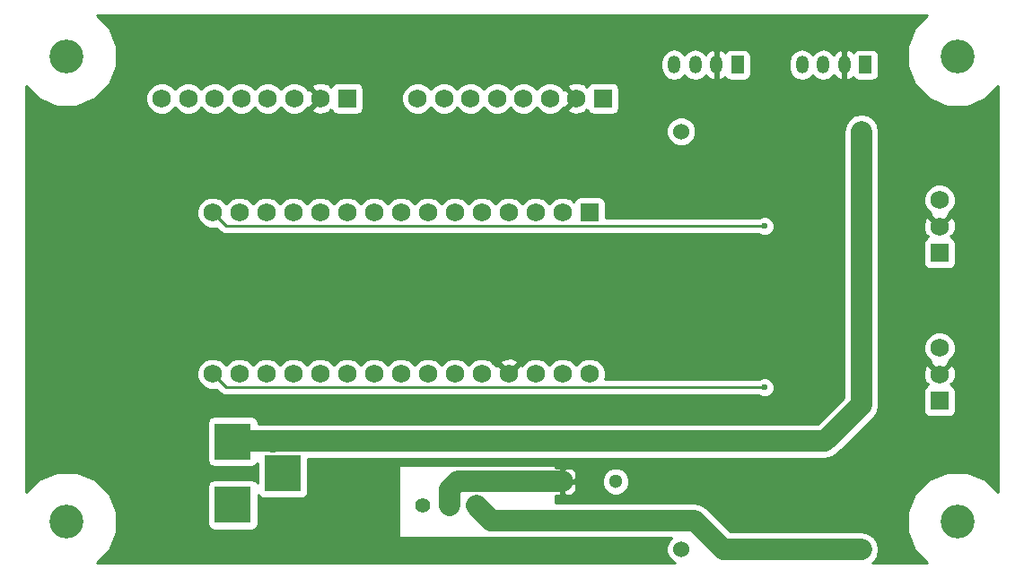
<source format=gbr>
G04 #@! TF.FileFunction,Copper,L2,Bot,Signal*
%FSLAX46Y46*%
G04 Gerber Fmt 4.6, Leading zero omitted, Abs format (unit mm)*
G04 Created by KiCad (PCBNEW 4.0.3+e1-6302~38~ubuntu15.04.1-stable) date Mon Sep 12 00:10:40 2016*
%MOMM*%
%LPD*%
G01*
G04 APERTURE LIST*
%ADD10C,0.100000*%
%ADD11R,1.300000X1.300000*%
%ADD12C,1.300000*%
%ADD13R,1.750000X1.750000*%
%ADD14C,1.750000*%
%ADD15R,1.200000X1.700000*%
%ADD16O,1.200000X1.700000*%
%ADD17C,3.200000*%
%ADD18R,1.727200X1.727200*%
%ADD19C,1.727200*%
%ADD20C,1.524000*%
%ADD21R,3.500120X3.500120*%
%ADD22R,1.397000X1.397000*%
%ADD23C,1.397000*%
%ADD24C,0.600000*%
%ADD25C,0.250000*%
%ADD26C,2.050000*%
%ADD27C,0.254000*%
G04 APERTURE END LIST*
D10*
D11*
X104775000Y-83185000D03*
D12*
X109775000Y-83185000D03*
D13*
X108585000Y-46990000D03*
D14*
X106085000Y-46990000D03*
X103585000Y-46990000D03*
X101085000Y-46990000D03*
X98585000Y-46990000D03*
X96085000Y-46990000D03*
X93585000Y-46990000D03*
X91085000Y-46990000D03*
D13*
X84455000Y-46990000D03*
D14*
X81955000Y-46990000D03*
X79455000Y-46990000D03*
X76955000Y-46990000D03*
X74455000Y-46990000D03*
X71955000Y-46990000D03*
X69455000Y-46990000D03*
X66955000Y-46990000D03*
D15*
X121285000Y-43815000D03*
D16*
X119285000Y-43815000D03*
X117285000Y-43815000D03*
X115285000Y-43815000D03*
D15*
X133350000Y-43815000D03*
D16*
X131350000Y-43815000D03*
X129350000Y-43815000D03*
X127350000Y-43815000D03*
D13*
X140335000Y-61595000D03*
D14*
X140335000Y-59095000D03*
X140335000Y-56595000D03*
D13*
X140335000Y-75565000D03*
D14*
X140335000Y-73065000D03*
X140335000Y-70565000D03*
D17*
X58000000Y-43000000D03*
X142000000Y-43000000D03*
X58000000Y-87000000D03*
X142000000Y-87000000D03*
D18*
X107315000Y-57785000D03*
D19*
X104775000Y-57785000D03*
X102235000Y-57785000D03*
X99695000Y-57785000D03*
X97155000Y-57785000D03*
X94615000Y-57785000D03*
X92075000Y-57785000D03*
X89535000Y-57785000D03*
X86995000Y-57785000D03*
X84455000Y-57785000D03*
X81915000Y-57785000D03*
X79375000Y-57785000D03*
X76835000Y-57785000D03*
X74295000Y-57785000D03*
X71755000Y-57785000D03*
X71755000Y-73025000D03*
X74295000Y-73025000D03*
X76835000Y-73025000D03*
X79375000Y-73025000D03*
X81915000Y-73025000D03*
X84455000Y-73025000D03*
X86995000Y-73025000D03*
X89535000Y-73025000D03*
X92075000Y-73025000D03*
X94615000Y-73025000D03*
X97155000Y-73025000D03*
X99695000Y-73025000D03*
X102235000Y-73025000D03*
X104775000Y-73025000D03*
X107315000Y-73025000D03*
D20*
X132960000Y-50100000D03*
X115960000Y-50100000D03*
X132960000Y-89600000D03*
X115960000Y-89600000D03*
D21*
X73660000Y-79397860D03*
X73660000Y-85397340D03*
X78359000Y-82397600D03*
D22*
X96647000Y-85471000D03*
D23*
X94107000Y-85471000D03*
X91567000Y-85471000D03*
D24*
X123825000Y-59055000D03*
X123825000Y-74295000D03*
X87503000Y-83471000D03*
D25*
X73025000Y-59055000D02*
X123825000Y-59055000D01*
X71755000Y-57785000D02*
X73025000Y-59055000D01*
X71755000Y-73025000D02*
X73025000Y-74295000D01*
X73025000Y-74295000D02*
X123825000Y-74295000D01*
D26*
X87503000Y-83471000D02*
X87503000Y-83439000D01*
X95504000Y-83185000D02*
X94869000Y-83185000D01*
X104775000Y-83185000D02*
X95504000Y-83185000D01*
X94107000Y-83947000D02*
X94107000Y-85471000D01*
X94869000Y-83185000D02*
X94107000Y-83947000D01*
X77492860Y-79375000D02*
X73682860Y-79375000D01*
X73682860Y-79375000D02*
X73660000Y-79397860D01*
X83185000Y-79375000D02*
X77492860Y-79375000D01*
X77492860Y-79375000D02*
X77470000Y-79397860D01*
X129540000Y-79375000D02*
X83185000Y-79375000D01*
X132960000Y-50100000D02*
X132960000Y-75955000D01*
X132960000Y-75955000D02*
X129540000Y-79375000D01*
X100457000Y-86868000D02*
X98044000Y-86868000D01*
X98044000Y-86868000D02*
X96647000Y-85471000D01*
X132960000Y-89600000D02*
X119953000Y-89600000D01*
X117221000Y-86868000D02*
X100457000Y-86868000D01*
X119953000Y-89600000D02*
X117221000Y-86868000D01*
D27*
G36*
X137994981Y-40318874D02*
X137273823Y-42055617D01*
X137272182Y-43936133D01*
X137990308Y-45674132D01*
X139318874Y-47005019D01*
X141055617Y-47726177D01*
X142936133Y-47727818D01*
X144674132Y-47009692D01*
X145873000Y-45812915D01*
X145873000Y-84188937D01*
X144681126Y-82994981D01*
X142944383Y-82273823D01*
X141063867Y-82272182D01*
X139325868Y-82990308D01*
X137994981Y-84318874D01*
X137273823Y-86055617D01*
X137272182Y-87936133D01*
X137990308Y-89674132D01*
X139187085Y-90873000D01*
X133985329Y-90873000D01*
X134133797Y-90773797D01*
X134493640Y-90235254D01*
X134620000Y-89600000D01*
X134493640Y-88964746D01*
X134133797Y-88426203D01*
X133595254Y-88066360D01*
X132960000Y-87940000D01*
X120640595Y-87940000D01*
X118394797Y-85694203D01*
X117856255Y-85334360D01*
X117221000Y-85208000D01*
X104140000Y-85208000D01*
X104140000Y-84470000D01*
X104489250Y-84470000D01*
X104648000Y-84311250D01*
X104648000Y-83312000D01*
X104902000Y-83312000D01*
X104902000Y-84311250D01*
X105060750Y-84470000D01*
X105551309Y-84470000D01*
X105784698Y-84373327D01*
X105963327Y-84194699D01*
X106060000Y-83961310D01*
X106060000Y-83470750D01*
X106028731Y-83439481D01*
X108489777Y-83439481D01*
X108684995Y-83911943D01*
X109046155Y-84273735D01*
X109518276Y-84469777D01*
X110029481Y-84470223D01*
X110501943Y-84275005D01*
X110863735Y-83913845D01*
X111059777Y-83441724D01*
X111060223Y-82930519D01*
X110865005Y-82458057D01*
X110503845Y-82096265D01*
X110031724Y-81900223D01*
X109520519Y-81899777D01*
X109048057Y-82094995D01*
X108686265Y-82456155D01*
X108490223Y-82928276D01*
X108489777Y-83439481D01*
X106028731Y-83439481D01*
X105901250Y-83312000D01*
X104902000Y-83312000D01*
X104648000Y-83312000D01*
X104628000Y-83312000D01*
X104628000Y-83058000D01*
X104648000Y-83058000D01*
X104648000Y-82058750D01*
X104902000Y-82058750D01*
X104902000Y-83058000D01*
X105901250Y-83058000D01*
X106060000Y-82899250D01*
X106060000Y-82408690D01*
X105963327Y-82175301D01*
X105784698Y-81996673D01*
X105551309Y-81900000D01*
X105060750Y-81900000D01*
X104902000Y-82058750D01*
X104648000Y-82058750D01*
X104489250Y-81900000D01*
X104140000Y-81900000D01*
X104140000Y-81788000D01*
X104131315Y-81741841D01*
X104104035Y-81699447D01*
X104062410Y-81671006D01*
X104013000Y-81661000D01*
X89408000Y-81661000D01*
X89361841Y-81669685D01*
X89319447Y-81696965D01*
X89291006Y-81738590D01*
X89281000Y-81788000D01*
X89281000Y-88392000D01*
X89289685Y-88438159D01*
X89316965Y-88480553D01*
X89358590Y-88508994D01*
X89408000Y-88519000D01*
X97998754Y-88519000D01*
X98044000Y-88528000D01*
X115056490Y-88528000D01*
X114776371Y-88807630D01*
X114563243Y-89320900D01*
X114562758Y-89876661D01*
X114774990Y-90390303D01*
X115167630Y-90783629D01*
X115382860Y-90873000D01*
X60811063Y-90873000D01*
X62005019Y-89681126D01*
X62726177Y-87944383D01*
X62727818Y-86063867D01*
X62009692Y-84325868D01*
X60681126Y-82994981D01*
X58944383Y-82273823D01*
X57063867Y-82272182D01*
X55325868Y-82990308D01*
X54127000Y-84187085D01*
X54127000Y-77647800D01*
X71262500Y-77647800D01*
X71262500Y-81147920D01*
X71306778Y-81383237D01*
X71445850Y-81599361D01*
X71658050Y-81744351D01*
X71909940Y-81795360D01*
X75410060Y-81795360D01*
X75645377Y-81751082D01*
X75861501Y-81612010D01*
X75961500Y-81465657D01*
X75961500Y-83331585D01*
X75874150Y-83195839D01*
X75661950Y-83050849D01*
X75410060Y-82999840D01*
X71909940Y-82999840D01*
X71674623Y-83044118D01*
X71458499Y-83183190D01*
X71313509Y-83395390D01*
X71262500Y-83647280D01*
X71262500Y-87147400D01*
X71306778Y-87382717D01*
X71445850Y-87598841D01*
X71658050Y-87743831D01*
X71909940Y-87794840D01*
X75410060Y-87794840D01*
X75645377Y-87750562D01*
X75861501Y-87611490D01*
X76006491Y-87399290D01*
X76057500Y-87147400D01*
X76057500Y-84463355D01*
X76144850Y-84599101D01*
X76357050Y-84744091D01*
X76608940Y-84795100D01*
X80109060Y-84795100D01*
X80344377Y-84750822D01*
X80560501Y-84611750D01*
X80705491Y-84399550D01*
X80756500Y-84147660D01*
X80756500Y-81035000D01*
X129540000Y-81035000D01*
X130175255Y-80908640D01*
X130713797Y-80548797D01*
X134133797Y-77128798D01*
X134493639Y-76590255D01*
X134493640Y-76590254D01*
X134620000Y-75955000D01*
X134620000Y-74690000D01*
X138812560Y-74690000D01*
X138812560Y-76440000D01*
X138856838Y-76675317D01*
X138995910Y-76891441D01*
X139208110Y-77036431D01*
X139460000Y-77087440D01*
X141210000Y-77087440D01*
X141445317Y-77043162D01*
X141661441Y-76904090D01*
X141806431Y-76691890D01*
X141857440Y-76440000D01*
X141857440Y-74690000D01*
X141813162Y-74454683D01*
X141674090Y-74238559D01*
X141472774Y-74101006D01*
X141511694Y-74062086D01*
X141397062Y-73947454D01*
X141650953Y-73864116D01*
X141856590Y-73299694D01*
X141830579Y-72699542D01*
X141650953Y-72265884D01*
X141397060Y-72182545D01*
X140514605Y-73065000D01*
X140528748Y-73079143D01*
X140349143Y-73258748D01*
X140335000Y-73244605D01*
X140320858Y-73258748D01*
X140141253Y-73079143D01*
X140155395Y-73065000D01*
X139272940Y-72182545D01*
X139019047Y-72265884D01*
X138813410Y-72830306D01*
X138839421Y-73430458D01*
X139019047Y-73864116D01*
X139272938Y-73947454D01*
X139158306Y-74062086D01*
X139199356Y-74103136D01*
X139008559Y-74225910D01*
X138863569Y-74438110D01*
X138812560Y-74690000D01*
X134620000Y-74690000D01*
X134620000Y-70864040D01*
X138824738Y-70864040D01*
X139054138Y-71419229D01*
X139478537Y-71844370D01*
X139501469Y-71853892D01*
X139452545Y-72002940D01*
X140335000Y-72885395D01*
X141217455Y-72002940D01*
X141168682Y-71854352D01*
X141189229Y-71845862D01*
X141614370Y-71421463D01*
X141844738Y-70866675D01*
X141845262Y-70265960D01*
X141615862Y-69710771D01*
X141191463Y-69285630D01*
X140636675Y-69055262D01*
X140035960Y-69054738D01*
X139480771Y-69284138D01*
X139055630Y-69708537D01*
X138825262Y-70263325D01*
X138824738Y-70864040D01*
X134620000Y-70864040D01*
X134620000Y-60720000D01*
X138812560Y-60720000D01*
X138812560Y-62470000D01*
X138856838Y-62705317D01*
X138995910Y-62921441D01*
X139208110Y-63066431D01*
X139460000Y-63117440D01*
X141210000Y-63117440D01*
X141445317Y-63073162D01*
X141661441Y-62934090D01*
X141806431Y-62721890D01*
X141857440Y-62470000D01*
X141857440Y-60720000D01*
X141813162Y-60484683D01*
X141674090Y-60268559D01*
X141472774Y-60131006D01*
X141511694Y-60092086D01*
X141397062Y-59977454D01*
X141650953Y-59894116D01*
X141856590Y-59329694D01*
X141830579Y-58729542D01*
X141650953Y-58295884D01*
X141397060Y-58212545D01*
X140514605Y-59095000D01*
X140528748Y-59109143D01*
X140349143Y-59288748D01*
X140335000Y-59274605D01*
X140320858Y-59288748D01*
X140141253Y-59109143D01*
X140155395Y-59095000D01*
X139272940Y-58212545D01*
X139019047Y-58295884D01*
X138813410Y-58860306D01*
X138839421Y-59460458D01*
X139019047Y-59894116D01*
X139272938Y-59977454D01*
X139158306Y-60092086D01*
X139199356Y-60133136D01*
X139008559Y-60255910D01*
X138863569Y-60468110D01*
X138812560Y-60720000D01*
X134620000Y-60720000D01*
X134620000Y-56894040D01*
X138824738Y-56894040D01*
X139054138Y-57449229D01*
X139478537Y-57874370D01*
X139501469Y-57883892D01*
X139452545Y-58032940D01*
X140335000Y-58915395D01*
X141217455Y-58032940D01*
X141168682Y-57884352D01*
X141189229Y-57875862D01*
X141614370Y-57451463D01*
X141844738Y-56896675D01*
X141845262Y-56295960D01*
X141615862Y-55740771D01*
X141191463Y-55315630D01*
X140636675Y-55085262D01*
X140035960Y-55084738D01*
X139480771Y-55314138D01*
X139055630Y-55738537D01*
X138825262Y-56293325D01*
X138824738Y-56894040D01*
X134620000Y-56894040D01*
X134620000Y-50100000D01*
X134493640Y-49464746D01*
X134133797Y-48926203D01*
X133595254Y-48566360D01*
X132960000Y-48440000D01*
X132324746Y-48566360D01*
X131786203Y-48926203D01*
X131426360Y-49464746D01*
X131300000Y-50100000D01*
X131300000Y-75267405D01*
X128852406Y-77715000D01*
X76057500Y-77715000D01*
X76057500Y-77647800D01*
X76013222Y-77412483D01*
X75874150Y-77196359D01*
X75661950Y-77051369D01*
X75410060Y-77000360D01*
X71909940Y-77000360D01*
X71674623Y-77044638D01*
X71458499Y-77183710D01*
X71313509Y-77395910D01*
X71262500Y-77647800D01*
X54127000Y-77647800D01*
X54127000Y-73321782D01*
X70256141Y-73321782D01*
X70483808Y-73872780D01*
X70905003Y-74294710D01*
X71455602Y-74523339D01*
X72051782Y-74523859D01*
X72141844Y-74486646D01*
X72487599Y-74832401D01*
X72734160Y-74997148D01*
X73025000Y-75055000D01*
X123262537Y-75055000D01*
X123294673Y-75087192D01*
X123638201Y-75229838D01*
X124010167Y-75230162D01*
X124353943Y-75088117D01*
X124617192Y-74825327D01*
X124759838Y-74481799D01*
X124760162Y-74109833D01*
X124618117Y-73766057D01*
X124355327Y-73502808D01*
X124011799Y-73360162D01*
X123639833Y-73359838D01*
X123296057Y-73501883D01*
X123262882Y-73535000D01*
X108725889Y-73535000D01*
X108813339Y-73324398D01*
X108813859Y-72728218D01*
X108586192Y-72177220D01*
X108164997Y-71755290D01*
X107614398Y-71526661D01*
X107018218Y-71526141D01*
X106467220Y-71753808D01*
X106045290Y-72175003D01*
X106044905Y-72175931D01*
X105624997Y-71755290D01*
X105074398Y-71526661D01*
X104478218Y-71526141D01*
X103927220Y-71753808D01*
X103505290Y-72175003D01*
X103504905Y-72175931D01*
X103084997Y-71755290D01*
X102534398Y-71526661D01*
X101938218Y-71526141D01*
X101387220Y-71753808D01*
X100965290Y-72175003D01*
X100948459Y-72215537D01*
X100748805Y-72150800D01*
X99874605Y-73025000D01*
X99888748Y-73039143D01*
X99709143Y-73218748D01*
X99695000Y-73204605D01*
X99680858Y-73218748D01*
X99501253Y-73039143D01*
X99515395Y-73025000D01*
X98641195Y-72150800D01*
X98441967Y-72215399D01*
X98426192Y-72177220D01*
X98220526Y-71971195D01*
X98820800Y-71971195D01*
X99695000Y-72845395D01*
X100569200Y-71971195D01*
X100487259Y-71718484D01*
X99926970Y-71514752D01*
X99331365Y-71540942D01*
X98902741Y-71718484D01*
X98820800Y-71971195D01*
X98220526Y-71971195D01*
X98004997Y-71755290D01*
X97454398Y-71526661D01*
X96858218Y-71526141D01*
X96307220Y-71753808D01*
X95885290Y-72175003D01*
X95884905Y-72175931D01*
X95464997Y-71755290D01*
X94914398Y-71526661D01*
X94318218Y-71526141D01*
X93767220Y-71753808D01*
X93345290Y-72175003D01*
X93344905Y-72175931D01*
X92924997Y-71755290D01*
X92374398Y-71526661D01*
X91778218Y-71526141D01*
X91227220Y-71753808D01*
X90805290Y-72175003D01*
X90804905Y-72175931D01*
X90384997Y-71755290D01*
X89834398Y-71526661D01*
X89238218Y-71526141D01*
X88687220Y-71753808D01*
X88265290Y-72175003D01*
X88264905Y-72175931D01*
X87844997Y-71755290D01*
X87294398Y-71526661D01*
X86698218Y-71526141D01*
X86147220Y-71753808D01*
X85725290Y-72175003D01*
X85724905Y-72175931D01*
X85304997Y-71755290D01*
X84754398Y-71526661D01*
X84158218Y-71526141D01*
X83607220Y-71753808D01*
X83185290Y-72175003D01*
X83184905Y-72175931D01*
X82764997Y-71755290D01*
X82214398Y-71526661D01*
X81618218Y-71526141D01*
X81067220Y-71753808D01*
X80645290Y-72175003D01*
X80644905Y-72175931D01*
X80224997Y-71755290D01*
X79674398Y-71526661D01*
X79078218Y-71526141D01*
X78527220Y-71753808D01*
X78105290Y-72175003D01*
X78104905Y-72175931D01*
X77684997Y-71755290D01*
X77134398Y-71526661D01*
X76538218Y-71526141D01*
X75987220Y-71753808D01*
X75565290Y-72175003D01*
X75564905Y-72175931D01*
X75144997Y-71755290D01*
X74594398Y-71526661D01*
X73998218Y-71526141D01*
X73447220Y-71753808D01*
X73025290Y-72175003D01*
X73024905Y-72175931D01*
X72604997Y-71755290D01*
X72054398Y-71526661D01*
X71458218Y-71526141D01*
X70907220Y-71753808D01*
X70485290Y-72175003D01*
X70256661Y-72725602D01*
X70256141Y-73321782D01*
X54127000Y-73321782D01*
X54127000Y-58081782D01*
X70256141Y-58081782D01*
X70483808Y-58632780D01*
X70905003Y-59054710D01*
X71455602Y-59283339D01*
X72051782Y-59283859D01*
X72141844Y-59246646D01*
X72487599Y-59592401D01*
X72734160Y-59757148D01*
X73025000Y-59815000D01*
X123262537Y-59815000D01*
X123294673Y-59847192D01*
X123638201Y-59989838D01*
X124010167Y-59990162D01*
X124353943Y-59848117D01*
X124617192Y-59585327D01*
X124759838Y-59241799D01*
X124760162Y-58869833D01*
X124618117Y-58526057D01*
X124355327Y-58262808D01*
X124011799Y-58120162D01*
X123639833Y-58119838D01*
X123296057Y-58261883D01*
X123262882Y-58295000D01*
X108826040Y-58295000D01*
X108826040Y-56921400D01*
X108781762Y-56686083D01*
X108642690Y-56469959D01*
X108430490Y-56324969D01*
X108178600Y-56273960D01*
X106451400Y-56273960D01*
X106216083Y-56318238D01*
X105999959Y-56457310D01*
X105854969Y-56669510D01*
X105842148Y-56732820D01*
X105624997Y-56515290D01*
X105074398Y-56286661D01*
X104478218Y-56286141D01*
X103927220Y-56513808D01*
X103505290Y-56935003D01*
X103504905Y-56935931D01*
X103084997Y-56515290D01*
X102534398Y-56286661D01*
X101938218Y-56286141D01*
X101387220Y-56513808D01*
X100965290Y-56935003D01*
X100964905Y-56935931D01*
X100544997Y-56515290D01*
X99994398Y-56286661D01*
X99398218Y-56286141D01*
X98847220Y-56513808D01*
X98425290Y-56935003D01*
X98424905Y-56935931D01*
X98004997Y-56515290D01*
X97454398Y-56286661D01*
X96858218Y-56286141D01*
X96307220Y-56513808D01*
X95885290Y-56935003D01*
X95884905Y-56935931D01*
X95464997Y-56515290D01*
X94914398Y-56286661D01*
X94318218Y-56286141D01*
X93767220Y-56513808D01*
X93345290Y-56935003D01*
X93344905Y-56935931D01*
X92924997Y-56515290D01*
X92374398Y-56286661D01*
X91778218Y-56286141D01*
X91227220Y-56513808D01*
X90805290Y-56935003D01*
X90804905Y-56935931D01*
X90384997Y-56515290D01*
X89834398Y-56286661D01*
X89238218Y-56286141D01*
X88687220Y-56513808D01*
X88265290Y-56935003D01*
X88264905Y-56935931D01*
X87844997Y-56515290D01*
X87294398Y-56286661D01*
X86698218Y-56286141D01*
X86147220Y-56513808D01*
X85725290Y-56935003D01*
X85724905Y-56935931D01*
X85304997Y-56515290D01*
X84754398Y-56286661D01*
X84158218Y-56286141D01*
X83607220Y-56513808D01*
X83185290Y-56935003D01*
X83184905Y-56935931D01*
X82764997Y-56515290D01*
X82214398Y-56286661D01*
X81618218Y-56286141D01*
X81067220Y-56513808D01*
X80645290Y-56935003D01*
X80644905Y-56935931D01*
X80224997Y-56515290D01*
X79674398Y-56286661D01*
X79078218Y-56286141D01*
X78527220Y-56513808D01*
X78105290Y-56935003D01*
X78104905Y-56935931D01*
X77684997Y-56515290D01*
X77134398Y-56286661D01*
X76538218Y-56286141D01*
X75987220Y-56513808D01*
X75565290Y-56935003D01*
X75564905Y-56935931D01*
X75144997Y-56515290D01*
X74594398Y-56286661D01*
X73998218Y-56286141D01*
X73447220Y-56513808D01*
X73025290Y-56935003D01*
X73024905Y-56935931D01*
X72604997Y-56515290D01*
X72054398Y-56286661D01*
X71458218Y-56286141D01*
X70907220Y-56513808D01*
X70485290Y-56935003D01*
X70256661Y-57485602D01*
X70256141Y-58081782D01*
X54127000Y-58081782D01*
X54127000Y-50376661D01*
X114562758Y-50376661D01*
X114774990Y-50890303D01*
X115167630Y-51283629D01*
X115680900Y-51496757D01*
X116236661Y-51497242D01*
X116750303Y-51285010D01*
X117143629Y-50892370D01*
X117356757Y-50379100D01*
X117357242Y-49823339D01*
X117145010Y-49309697D01*
X116752370Y-48916371D01*
X116239100Y-48703243D01*
X115683339Y-48702758D01*
X115169697Y-48914990D01*
X114776371Y-49307630D01*
X114563243Y-49820900D01*
X114562758Y-50376661D01*
X54127000Y-50376661D01*
X54127000Y-45811063D01*
X55318874Y-47005019D01*
X57055617Y-47726177D01*
X58936133Y-47727818D01*
X59998057Y-47289040D01*
X65444738Y-47289040D01*
X65674138Y-47844229D01*
X66098537Y-48269370D01*
X66653325Y-48499738D01*
X67254040Y-48500262D01*
X67809229Y-48270862D01*
X68205318Y-47875464D01*
X68598537Y-48269370D01*
X69153325Y-48499738D01*
X69754040Y-48500262D01*
X70309229Y-48270862D01*
X70705318Y-47875464D01*
X71098537Y-48269370D01*
X71653325Y-48499738D01*
X72254040Y-48500262D01*
X72809229Y-48270862D01*
X73205318Y-47875464D01*
X73598537Y-48269370D01*
X74153325Y-48499738D01*
X74754040Y-48500262D01*
X75309229Y-48270862D01*
X75705318Y-47875464D01*
X76098537Y-48269370D01*
X76653325Y-48499738D01*
X77254040Y-48500262D01*
X77809229Y-48270862D01*
X78205318Y-47875464D01*
X78598537Y-48269370D01*
X79153325Y-48499738D01*
X79754040Y-48500262D01*
X80309229Y-48270862D01*
X80734370Y-47846463D01*
X80743892Y-47823531D01*
X80892940Y-47872455D01*
X81775395Y-46990000D01*
X80892940Y-46107545D01*
X80744352Y-46156318D01*
X80735862Y-46135771D01*
X80528394Y-45927940D01*
X81072545Y-45927940D01*
X81955000Y-46810395D01*
X81969143Y-46796253D01*
X82148748Y-46975858D01*
X82134605Y-46990000D01*
X82148748Y-47004143D01*
X81969143Y-47183748D01*
X81955000Y-47169605D01*
X81072545Y-48052060D01*
X81155884Y-48305953D01*
X81720306Y-48511590D01*
X82320458Y-48485579D01*
X82754116Y-48305953D01*
X82837454Y-48052062D01*
X82952086Y-48166694D01*
X82993136Y-48125644D01*
X83115910Y-48316441D01*
X83328110Y-48461431D01*
X83580000Y-48512440D01*
X85330000Y-48512440D01*
X85565317Y-48468162D01*
X85781441Y-48329090D01*
X85926431Y-48116890D01*
X85977440Y-47865000D01*
X85977440Y-47289040D01*
X89574738Y-47289040D01*
X89804138Y-47844229D01*
X90228537Y-48269370D01*
X90783325Y-48499738D01*
X91384040Y-48500262D01*
X91939229Y-48270862D01*
X92335318Y-47875464D01*
X92728537Y-48269370D01*
X93283325Y-48499738D01*
X93884040Y-48500262D01*
X94439229Y-48270862D01*
X94835318Y-47875464D01*
X95228537Y-48269370D01*
X95783325Y-48499738D01*
X96384040Y-48500262D01*
X96939229Y-48270862D01*
X97335318Y-47875464D01*
X97728537Y-48269370D01*
X98283325Y-48499738D01*
X98884040Y-48500262D01*
X99439229Y-48270862D01*
X99835318Y-47875464D01*
X100228537Y-48269370D01*
X100783325Y-48499738D01*
X101384040Y-48500262D01*
X101939229Y-48270862D01*
X102335318Y-47875464D01*
X102728537Y-48269370D01*
X103283325Y-48499738D01*
X103884040Y-48500262D01*
X104439229Y-48270862D01*
X104864370Y-47846463D01*
X104873892Y-47823531D01*
X105022940Y-47872455D01*
X105905395Y-46990000D01*
X105022940Y-46107545D01*
X104874352Y-46156318D01*
X104865862Y-46135771D01*
X104658394Y-45927940D01*
X105202545Y-45927940D01*
X106085000Y-46810395D01*
X106099143Y-46796253D01*
X106278748Y-46975858D01*
X106264605Y-46990000D01*
X106278748Y-47004143D01*
X106099143Y-47183748D01*
X106085000Y-47169605D01*
X105202545Y-48052060D01*
X105285884Y-48305953D01*
X105850306Y-48511590D01*
X106450458Y-48485579D01*
X106884116Y-48305953D01*
X106967454Y-48052062D01*
X107082086Y-48166694D01*
X107123136Y-48125644D01*
X107245910Y-48316441D01*
X107458110Y-48461431D01*
X107710000Y-48512440D01*
X109460000Y-48512440D01*
X109695317Y-48468162D01*
X109911441Y-48329090D01*
X110056431Y-48116890D01*
X110107440Y-47865000D01*
X110107440Y-46115000D01*
X110063162Y-45879683D01*
X109924090Y-45663559D01*
X109711890Y-45518569D01*
X109460000Y-45467560D01*
X107710000Y-45467560D01*
X107474683Y-45511838D01*
X107258559Y-45650910D01*
X107121006Y-45852226D01*
X107082086Y-45813306D01*
X106967454Y-45927938D01*
X106884116Y-45674047D01*
X106319694Y-45468410D01*
X105719542Y-45494421D01*
X105285884Y-45674047D01*
X105202545Y-45927940D01*
X104658394Y-45927940D01*
X104441463Y-45710630D01*
X103886675Y-45480262D01*
X103285960Y-45479738D01*
X102730771Y-45709138D01*
X102334682Y-46104536D01*
X101941463Y-45710630D01*
X101386675Y-45480262D01*
X100785960Y-45479738D01*
X100230771Y-45709138D01*
X99834682Y-46104536D01*
X99441463Y-45710630D01*
X98886675Y-45480262D01*
X98285960Y-45479738D01*
X97730771Y-45709138D01*
X97334682Y-46104536D01*
X96941463Y-45710630D01*
X96386675Y-45480262D01*
X95785960Y-45479738D01*
X95230771Y-45709138D01*
X94834682Y-46104536D01*
X94441463Y-45710630D01*
X93886675Y-45480262D01*
X93285960Y-45479738D01*
X92730771Y-45709138D01*
X92334682Y-46104536D01*
X91941463Y-45710630D01*
X91386675Y-45480262D01*
X90785960Y-45479738D01*
X90230771Y-45709138D01*
X89805630Y-46133537D01*
X89575262Y-46688325D01*
X89574738Y-47289040D01*
X85977440Y-47289040D01*
X85977440Y-46115000D01*
X85933162Y-45879683D01*
X85794090Y-45663559D01*
X85581890Y-45518569D01*
X85330000Y-45467560D01*
X83580000Y-45467560D01*
X83344683Y-45511838D01*
X83128559Y-45650910D01*
X82991006Y-45852226D01*
X82952086Y-45813306D01*
X82837454Y-45927938D01*
X82754116Y-45674047D01*
X82189694Y-45468410D01*
X81589542Y-45494421D01*
X81155884Y-45674047D01*
X81072545Y-45927940D01*
X80528394Y-45927940D01*
X80311463Y-45710630D01*
X79756675Y-45480262D01*
X79155960Y-45479738D01*
X78600771Y-45709138D01*
X78204682Y-46104536D01*
X77811463Y-45710630D01*
X77256675Y-45480262D01*
X76655960Y-45479738D01*
X76100771Y-45709138D01*
X75704682Y-46104536D01*
X75311463Y-45710630D01*
X74756675Y-45480262D01*
X74155960Y-45479738D01*
X73600771Y-45709138D01*
X73204682Y-46104536D01*
X72811463Y-45710630D01*
X72256675Y-45480262D01*
X71655960Y-45479738D01*
X71100771Y-45709138D01*
X70704682Y-46104536D01*
X70311463Y-45710630D01*
X69756675Y-45480262D01*
X69155960Y-45479738D01*
X68600771Y-45709138D01*
X68204682Y-46104536D01*
X67811463Y-45710630D01*
X67256675Y-45480262D01*
X66655960Y-45479738D01*
X66100771Y-45709138D01*
X65675630Y-46133537D01*
X65445262Y-46688325D01*
X65444738Y-47289040D01*
X59998057Y-47289040D01*
X60674132Y-47009692D01*
X62005019Y-45681126D01*
X62726177Y-43944383D01*
X62726533Y-43535907D01*
X114050000Y-43535907D01*
X114050000Y-44094093D01*
X114144009Y-44566707D01*
X114411723Y-44967370D01*
X114812386Y-45235084D01*
X115285000Y-45329093D01*
X115757614Y-45235084D01*
X116158277Y-44967370D01*
X116285000Y-44777715D01*
X116411723Y-44967370D01*
X116812386Y-45235084D01*
X117285000Y-45329093D01*
X117757614Y-45235084D01*
X118158277Y-44967370D01*
X118287410Y-44774109D01*
X118455875Y-44996933D01*
X118875624Y-45243286D01*
X118967391Y-45258462D01*
X119158000Y-45133731D01*
X119158000Y-43942000D01*
X119138000Y-43942000D01*
X119138000Y-43688000D01*
X119158000Y-43688000D01*
X119158000Y-42496269D01*
X119412000Y-42496269D01*
X119412000Y-43688000D01*
X119432000Y-43688000D01*
X119432000Y-43942000D01*
X119412000Y-43942000D01*
X119412000Y-45133731D01*
X119602609Y-45258462D01*
X119694376Y-45243286D01*
X120114125Y-44996933D01*
X120130269Y-44975580D01*
X120220910Y-45116441D01*
X120433110Y-45261431D01*
X120685000Y-45312440D01*
X121885000Y-45312440D01*
X122120317Y-45268162D01*
X122336441Y-45129090D01*
X122481431Y-44916890D01*
X122532440Y-44665000D01*
X122532440Y-43535907D01*
X126115000Y-43535907D01*
X126115000Y-44094093D01*
X126209009Y-44566707D01*
X126476723Y-44967370D01*
X126877386Y-45235084D01*
X127350000Y-45329093D01*
X127822614Y-45235084D01*
X128223277Y-44967370D01*
X128350000Y-44777715D01*
X128476723Y-44967370D01*
X128877386Y-45235084D01*
X129350000Y-45329093D01*
X129822614Y-45235084D01*
X130223277Y-44967370D01*
X130352410Y-44774109D01*
X130520875Y-44996933D01*
X130940624Y-45243286D01*
X131032391Y-45258462D01*
X131223000Y-45133731D01*
X131223000Y-43942000D01*
X131203000Y-43942000D01*
X131203000Y-43688000D01*
X131223000Y-43688000D01*
X131223000Y-42496269D01*
X131477000Y-42496269D01*
X131477000Y-43688000D01*
X131497000Y-43688000D01*
X131497000Y-43942000D01*
X131477000Y-43942000D01*
X131477000Y-45133731D01*
X131667609Y-45258462D01*
X131759376Y-45243286D01*
X132179125Y-44996933D01*
X132195269Y-44975580D01*
X132285910Y-45116441D01*
X132498110Y-45261431D01*
X132750000Y-45312440D01*
X133950000Y-45312440D01*
X134185317Y-45268162D01*
X134401441Y-45129090D01*
X134546431Y-44916890D01*
X134597440Y-44665000D01*
X134597440Y-42965000D01*
X134553162Y-42729683D01*
X134414090Y-42513559D01*
X134201890Y-42368569D01*
X133950000Y-42317560D01*
X132750000Y-42317560D01*
X132514683Y-42361838D01*
X132298559Y-42500910D01*
X132194429Y-42653309D01*
X132179125Y-42633067D01*
X131759376Y-42386714D01*
X131667609Y-42371538D01*
X131477000Y-42496269D01*
X131223000Y-42496269D01*
X131032391Y-42371538D01*
X130940624Y-42386714D01*
X130520875Y-42633067D01*
X130352410Y-42855891D01*
X130223277Y-42662630D01*
X129822614Y-42394916D01*
X129350000Y-42300907D01*
X128877386Y-42394916D01*
X128476723Y-42662630D01*
X128350000Y-42852285D01*
X128223277Y-42662630D01*
X127822614Y-42394916D01*
X127350000Y-42300907D01*
X126877386Y-42394916D01*
X126476723Y-42662630D01*
X126209009Y-43063293D01*
X126115000Y-43535907D01*
X122532440Y-43535907D01*
X122532440Y-42965000D01*
X122488162Y-42729683D01*
X122349090Y-42513559D01*
X122136890Y-42368569D01*
X121885000Y-42317560D01*
X120685000Y-42317560D01*
X120449683Y-42361838D01*
X120233559Y-42500910D01*
X120129429Y-42653309D01*
X120114125Y-42633067D01*
X119694376Y-42386714D01*
X119602609Y-42371538D01*
X119412000Y-42496269D01*
X119158000Y-42496269D01*
X118967391Y-42371538D01*
X118875624Y-42386714D01*
X118455875Y-42633067D01*
X118287410Y-42855891D01*
X118158277Y-42662630D01*
X117757614Y-42394916D01*
X117285000Y-42300907D01*
X116812386Y-42394916D01*
X116411723Y-42662630D01*
X116285000Y-42852285D01*
X116158277Y-42662630D01*
X115757614Y-42394916D01*
X115285000Y-42300907D01*
X114812386Y-42394916D01*
X114411723Y-42662630D01*
X114144009Y-43063293D01*
X114050000Y-43535907D01*
X62726533Y-43535907D01*
X62727818Y-42063867D01*
X62009692Y-40325868D01*
X60812915Y-39127000D01*
X139188937Y-39127000D01*
X137994981Y-40318874D01*
X137994981Y-40318874D01*
G37*
X137994981Y-40318874D02*
X137273823Y-42055617D01*
X137272182Y-43936133D01*
X137990308Y-45674132D01*
X139318874Y-47005019D01*
X141055617Y-47726177D01*
X142936133Y-47727818D01*
X144674132Y-47009692D01*
X145873000Y-45812915D01*
X145873000Y-84188937D01*
X144681126Y-82994981D01*
X142944383Y-82273823D01*
X141063867Y-82272182D01*
X139325868Y-82990308D01*
X137994981Y-84318874D01*
X137273823Y-86055617D01*
X137272182Y-87936133D01*
X137990308Y-89674132D01*
X139187085Y-90873000D01*
X133985329Y-90873000D01*
X134133797Y-90773797D01*
X134493640Y-90235254D01*
X134620000Y-89600000D01*
X134493640Y-88964746D01*
X134133797Y-88426203D01*
X133595254Y-88066360D01*
X132960000Y-87940000D01*
X120640595Y-87940000D01*
X118394797Y-85694203D01*
X117856255Y-85334360D01*
X117221000Y-85208000D01*
X104140000Y-85208000D01*
X104140000Y-84470000D01*
X104489250Y-84470000D01*
X104648000Y-84311250D01*
X104648000Y-83312000D01*
X104902000Y-83312000D01*
X104902000Y-84311250D01*
X105060750Y-84470000D01*
X105551309Y-84470000D01*
X105784698Y-84373327D01*
X105963327Y-84194699D01*
X106060000Y-83961310D01*
X106060000Y-83470750D01*
X106028731Y-83439481D01*
X108489777Y-83439481D01*
X108684995Y-83911943D01*
X109046155Y-84273735D01*
X109518276Y-84469777D01*
X110029481Y-84470223D01*
X110501943Y-84275005D01*
X110863735Y-83913845D01*
X111059777Y-83441724D01*
X111060223Y-82930519D01*
X110865005Y-82458057D01*
X110503845Y-82096265D01*
X110031724Y-81900223D01*
X109520519Y-81899777D01*
X109048057Y-82094995D01*
X108686265Y-82456155D01*
X108490223Y-82928276D01*
X108489777Y-83439481D01*
X106028731Y-83439481D01*
X105901250Y-83312000D01*
X104902000Y-83312000D01*
X104648000Y-83312000D01*
X104628000Y-83312000D01*
X104628000Y-83058000D01*
X104648000Y-83058000D01*
X104648000Y-82058750D01*
X104902000Y-82058750D01*
X104902000Y-83058000D01*
X105901250Y-83058000D01*
X106060000Y-82899250D01*
X106060000Y-82408690D01*
X105963327Y-82175301D01*
X105784698Y-81996673D01*
X105551309Y-81900000D01*
X105060750Y-81900000D01*
X104902000Y-82058750D01*
X104648000Y-82058750D01*
X104489250Y-81900000D01*
X104140000Y-81900000D01*
X104140000Y-81788000D01*
X104131315Y-81741841D01*
X104104035Y-81699447D01*
X104062410Y-81671006D01*
X104013000Y-81661000D01*
X89408000Y-81661000D01*
X89361841Y-81669685D01*
X89319447Y-81696965D01*
X89291006Y-81738590D01*
X89281000Y-81788000D01*
X89281000Y-88392000D01*
X89289685Y-88438159D01*
X89316965Y-88480553D01*
X89358590Y-88508994D01*
X89408000Y-88519000D01*
X97998754Y-88519000D01*
X98044000Y-88528000D01*
X115056490Y-88528000D01*
X114776371Y-88807630D01*
X114563243Y-89320900D01*
X114562758Y-89876661D01*
X114774990Y-90390303D01*
X115167630Y-90783629D01*
X115382860Y-90873000D01*
X60811063Y-90873000D01*
X62005019Y-89681126D01*
X62726177Y-87944383D01*
X62727818Y-86063867D01*
X62009692Y-84325868D01*
X60681126Y-82994981D01*
X58944383Y-82273823D01*
X57063867Y-82272182D01*
X55325868Y-82990308D01*
X54127000Y-84187085D01*
X54127000Y-77647800D01*
X71262500Y-77647800D01*
X71262500Y-81147920D01*
X71306778Y-81383237D01*
X71445850Y-81599361D01*
X71658050Y-81744351D01*
X71909940Y-81795360D01*
X75410060Y-81795360D01*
X75645377Y-81751082D01*
X75861501Y-81612010D01*
X75961500Y-81465657D01*
X75961500Y-83331585D01*
X75874150Y-83195839D01*
X75661950Y-83050849D01*
X75410060Y-82999840D01*
X71909940Y-82999840D01*
X71674623Y-83044118D01*
X71458499Y-83183190D01*
X71313509Y-83395390D01*
X71262500Y-83647280D01*
X71262500Y-87147400D01*
X71306778Y-87382717D01*
X71445850Y-87598841D01*
X71658050Y-87743831D01*
X71909940Y-87794840D01*
X75410060Y-87794840D01*
X75645377Y-87750562D01*
X75861501Y-87611490D01*
X76006491Y-87399290D01*
X76057500Y-87147400D01*
X76057500Y-84463355D01*
X76144850Y-84599101D01*
X76357050Y-84744091D01*
X76608940Y-84795100D01*
X80109060Y-84795100D01*
X80344377Y-84750822D01*
X80560501Y-84611750D01*
X80705491Y-84399550D01*
X80756500Y-84147660D01*
X80756500Y-81035000D01*
X129540000Y-81035000D01*
X130175255Y-80908640D01*
X130713797Y-80548797D01*
X134133797Y-77128798D01*
X134493639Y-76590255D01*
X134493640Y-76590254D01*
X134620000Y-75955000D01*
X134620000Y-74690000D01*
X138812560Y-74690000D01*
X138812560Y-76440000D01*
X138856838Y-76675317D01*
X138995910Y-76891441D01*
X139208110Y-77036431D01*
X139460000Y-77087440D01*
X141210000Y-77087440D01*
X141445317Y-77043162D01*
X141661441Y-76904090D01*
X141806431Y-76691890D01*
X141857440Y-76440000D01*
X141857440Y-74690000D01*
X141813162Y-74454683D01*
X141674090Y-74238559D01*
X141472774Y-74101006D01*
X141511694Y-74062086D01*
X141397062Y-73947454D01*
X141650953Y-73864116D01*
X141856590Y-73299694D01*
X141830579Y-72699542D01*
X141650953Y-72265884D01*
X141397060Y-72182545D01*
X140514605Y-73065000D01*
X140528748Y-73079143D01*
X140349143Y-73258748D01*
X140335000Y-73244605D01*
X140320858Y-73258748D01*
X140141253Y-73079143D01*
X140155395Y-73065000D01*
X139272940Y-72182545D01*
X139019047Y-72265884D01*
X138813410Y-72830306D01*
X138839421Y-73430458D01*
X139019047Y-73864116D01*
X139272938Y-73947454D01*
X139158306Y-74062086D01*
X139199356Y-74103136D01*
X139008559Y-74225910D01*
X138863569Y-74438110D01*
X138812560Y-74690000D01*
X134620000Y-74690000D01*
X134620000Y-70864040D01*
X138824738Y-70864040D01*
X139054138Y-71419229D01*
X139478537Y-71844370D01*
X139501469Y-71853892D01*
X139452545Y-72002940D01*
X140335000Y-72885395D01*
X141217455Y-72002940D01*
X141168682Y-71854352D01*
X141189229Y-71845862D01*
X141614370Y-71421463D01*
X141844738Y-70866675D01*
X141845262Y-70265960D01*
X141615862Y-69710771D01*
X141191463Y-69285630D01*
X140636675Y-69055262D01*
X140035960Y-69054738D01*
X139480771Y-69284138D01*
X139055630Y-69708537D01*
X138825262Y-70263325D01*
X138824738Y-70864040D01*
X134620000Y-70864040D01*
X134620000Y-60720000D01*
X138812560Y-60720000D01*
X138812560Y-62470000D01*
X138856838Y-62705317D01*
X138995910Y-62921441D01*
X139208110Y-63066431D01*
X139460000Y-63117440D01*
X141210000Y-63117440D01*
X141445317Y-63073162D01*
X141661441Y-62934090D01*
X141806431Y-62721890D01*
X141857440Y-62470000D01*
X141857440Y-60720000D01*
X141813162Y-60484683D01*
X141674090Y-60268559D01*
X141472774Y-60131006D01*
X141511694Y-60092086D01*
X141397062Y-59977454D01*
X141650953Y-59894116D01*
X141856590Y-59329694D01*
X141830579Y-58729542D01*
X141650953Y-58295884D01*
X141397060Y-58212545D01*
X140514605Y-59095000D01*
X140528748Y-59109143D01*
X140349143Y-59288748D01*
X140335000Y-59274605D01*
X140320858Y-59288748D01*
X140141253Y-59109143D01*
X140155395Y-59095000D01*
X139272940Y-58212545D01*
X139019047Y-58295884D01*
X138813410Y-58860306D01*
X138839421Y-59460458D01*
X139019047Y-59894116D01*
X139272938Y-59977454D01*
X139158306Y-60092086D01*
X139199356Y-60133136D01*
X139008559Y-60255910D01*
X138863569Y-60468110D01*
X138812560Y-60720000D01*
X134620000Y-60720000D01*
X134620000Y-56894040D01*
X138824738Y-56894040D01*
X139054138Y-57449229D01*
X139478537Y-57874370D01*
X139501469Y-57883892D01*
X139452545Y-58032940D01*
X140335000Y-58915395D01*
X141217455Y-58032940D01*
X141168682Y-57884352D01*
X141189229Y-57875862D01*
X141614370Y-57451463D01*
X141844738Y-56896675D01*
X141845262Y-56295960D01*
X141615862Y-55740771D01*
X141191463Y-55315630D01*
X140636675Y-55085262D01*
X140035960Y-55084738D01*
X139480771Y-55314138D01*
X139055630Y-55738537D01*
X138825262Y-56293325D01*
X138824738Y-56894040D01*
X134620000Y-56894040D01*
X134620000Y-50100000D01*
X134493640Y-49464746D01*
X134133797Y-48926203D01*
X133595254Y-48566360D01*
X132960000Y-48440000D01*
X132324746Y-48566360D01*
X131786203Y-48926203D01*
X131426360Y-49464746D01*
X131300000Y-50100000D01*
X131300000Y-75267405D01*
X128852406Y-77715000D01*
X76057500Y-77715000D01*
X76057500Y-77647800D01*
X76013222Y-77412483D01*
X75874150Y-77196359D01*
X75661950Y-77051369D01*
X75410060Y-77000360D01*
X71909940Y-77000360D01*
X71674623Y-77044638D01*
X71458499Y-77183710D01*
X71313509Y-77395910D01*
X71262500Y-77647800D01*
X54127000Y-77647800D01*
X54127000Y-73321782D01*
X70256141Y-73321782D01*
X70483808Y-73872780D01*
X70905003Y-74294710D01*
X71455602Y-74523339D01*
X72051782Y-74523859D01*
X72141844Y-74486646D01*
X72487599Y-74832401D01*
X72734160Y-74997148D01*
X73025000Y-75055000D01*
X123262537Y-75055000D01*
X123294673Y-75087192D01*
X123638201Y-75229838D01*
X124010167Y-75230162D01*
X124353943Y-75088117D01*
X124617192Y-74825327D01*
X124759838Y-74481799D01*
X124760162Y-74109833D01*
X124618117Y-73766057D01*
X124355327Y-73502808D01*
X124011799Y-73360162D01*
X123639833Y-73359838D01*
X123296057Y-73501883D01*
X123262882Y-73535000D01*
X108725889Y-73535000D01*
X108813339Y-73324398D01*
X108813859Y-72728218D01*
X108586192Y-72177220D01*
X108164997Y-71755290D01*
X107614398Y-71526661D01*
X107018218Y-71526141D01*
X106467220Y-71753808D01*
X106045290Y-72175003D01*
X106044905Y-72175931D01*
X105624997Y-71755290D01*
X105074398Y-71526661D01*
X104478218Y-71526141D01*
X103927220Y-71753808D01*
X103505290Y-72175003D01*
X103504905Y-72175931D01*
X103084997Y-71755290D01*
X102534398Y-71526661D01*
X101938218Y-71526141D01*
X101387220Y-71753808D01*
X100965290Y-72175003D01*
X100948459Y-72215537D01*
X100748805Y-72150800D01*
X99874605Y-73025000D01*
X99888748Y-73039143D01*
X99709143Y-73218748D01*
X99695000Y-73204605D01*
X99680858Y-73218748D01*
X99501253Y-73039143D01*
X99515395Y-73025000D01*
X98641195Y-72150800D01*
X98441967Y-72215399D01*
X98426192Y-72177220D01*
X98220526Y-71971195D01*
X98820800Y-71971195D01*
X99695000Y-72845395D01*
X100569200Y-71971195D01*
X100487259Y-71718484D01*
X99926970Y-71514752D01*
X99331365Y-71540942D01*
X98902741Y-71718484D01*
X98820800Y-71971195D01*
X98220526Y-71971195D01*
X98004997Y-71755290D01*
X97454398Y-71526661D01*
X96858218Y-71526141D01*
X96307220Y-71753808D01*
X95885290Y-72175003D01*
X95884905Y-72175931D01*
X95464997Y-71755290D01*
X94914398Y-71526661D01*
X94318218Y-71526141D01*
X93767220Y-71753808D01*
X93345290Y-72175003D01*
X93344905Y-72175931D01*
X92924997Y-71755290D01*
X92374398Y-71526661D01*
X91778218Y-71526141D01*
X91227220Y-71753808D01*
X90805290Y-72175003D01*
X90804905Y-72175931D01*
X90384997Y-71755290D01*
X89834398Y-71526661D01*
X89238218Y-71526141D01*
X88687220Y-71753808D01*
X88265290Y-72175003D01*
X88264905Y-72175931D01*
X87844997Y-71755290D01*
X87294398Y-71526661D01*
X86698218Y-71526141D01*
X86147220Y-71753808D01*
X85725290Y-72175003D01*
X85724905Y-72175931D01*
X85304997Y-71755290D01*
X84754398Y-71526661D01*
X84158218Y-71526141D01*
X83607220Y-71753808D01*
X83185290Y-72175003D01*
X83184905Y-72175931D01*
X82764997Y-71755290D01*
X82214398Y-71526661D01*
X81618218Y-71526141D01*
X81067220Y-71753808D01*
X80645290Y-72175003D01*
X80644905Y-72175931D01*
X80224997Y-71755290D01*
X79674398Y-71526661D01*
X79078218Y-71526141D01*
X78527220Y-71753808D01*
X78105290Y-72175003D01*
X78104905Y-72175931D01*
X77684997Y-71755290D01*
X77134398Y-71526661D01*
X76538218Y-71526141D01*
X75987220Y-71753808D01*
X75565290Y-72175003D01*
X75564905Y-72175931D01*
X75144997Y-71755290D01*
X74594398Y-71526661D01*
X73998218Y-71526141D01*
X73447220Y-71753808D01*
X73025290Y-72175003D01*
X73024905Y-72175931D01*
X72604997Y-71755290D01*
X72054398Y-71526661D01*
X71458218Y-71526141D01*
X70907220Y-71753808D01*
X70485290Y-72175003D01*
X70256661Y-72725602D01*
X70256141Y-73321782D01*
X54127000Y-73321782D01*
X54127000Y-58081782D01*
X70256141Y-58081782D01*
X70483808Y-58632780D01*
X70905003Y-59054710D01*
X71455602Y-59283339D01*
X72051782Y-59283859D01*
X72141844Y-59246646D01*
X72487599Y-59592401D01*
X72734160Y-59757148D01*
X73025000Y-59815000D01*
X123262537Y-59815000D01*
X123294673Y-59847192D01*
X123638201Y-59989838D01*
X124010167Y-59990162D01*
X124353943Y-59848117D01*
X124617192Y-59585327D01*
X124759838Y-59241799D01*
X124760162Y-58869833D01*
X124618117Y-58526057D01*
X124355327Y-58262808D01*
X124011799Y-58120162D01*
X123639833Y-58119838D01*
X123296057Y-58261883D01*
X123262882Y-58295000D01*
X108826040Y-58295000D01*
X108826040Y-56921400D01*
X108781762Y-56686083D01*
X108642690Y-56469959D01*
X108430490Y-56324969D01*
X108178600Y-56273960D01*
X106451400Y-56273960D01*
X106216083Y-56318238D01*
X105999959Y-56457310D01*
X105854969Y-56669510D01*
X105842148Y-56732820D01*
X105624997Y-56515290D01*
X105074398Y-56286661D01*
X104478218Y-56286141D01*
X103927220Y-56513808D01*
X103505290Y-56935003D01*
X103504905Y-56935931D01*
X103084997Y-56515290D01*
X102534398Y-56286661D01*
X101938218Y-56286141D01*
X101387220Y-56513808D01*
X100965290Y-56935003D01*
X100964905Y-56935931D01*
X100544997Y-56515290D01*
X99994398Y-56286661D01*
X99398218Y-56286141D01*
X98847220Y-56513808D01*
X98425290Y-56935003D01*
X98424905Y-56935931D01*
X98004997Y-56515290D01*
X97454398Y-56286661D01*
X96858218Y-56286141D01*
X96307220Y-56513808D01*
X95885290Y-56935003D01*
X95884905Y-56935931D01*
X95464997Y-56515290D01*
X94914398Y-56286661D01*
X94318218Y-56286141D01*
X93767220Y-56513808D01*
X93345290Y-56935003D01*
X93344905Y-56935931D01*
X92924997Y-56515290D01*
X92374398Y-56286661D01*
X91778218Y-56286141D01*
X91227220Y-56513808D01*
X90805290Y-56935003D01*
X90804905Y-56935931D01*
X90384997Y-56515290D01*
X89834398Y-56286661D01*
X89238218Y-56286141D01*
X88687220Y-56513808D01*
X88265290Y-56935003D01*
X88264905Y-56935931D01*
X87844997Y-56515290D01*
X87294398Y-56286661D01*
X86698218Y-56286141D01*
X86147220Y-56513808D01*
X85725290Y-56935003D01*
X85724905Y-56935931D01*
X85304997Y-56515290D01*
X84754398Y-56286661D01*
X84158218Y-56286141D01*
X83607220Y-56513808D01*
X83185290Y-56935003D01*
X83184905Y-56935931D01*
X82764997Y-56515290D01*
X82214398Y-56286661D01*
X81618218Y-56286141D01*
X81067220Y-56513808D01*
X80645290Y-56935003D01*
X80644905Y-56935931D01*
X80224997Y-56515290D01*
X79674398Y-56286661D01*
X79078218Y-56286141D01*
X78527220Y-56513808D01*
X78105290Y-56935003D01*
X78104905Y-56935931D01*
X77684997Y-56515290D01*
X77134398Y-56286661D01*
X76538218Y-56286141D01*
X75987220Y-56513808D01*
X75565290Y-56935003D01*
X75564905Y-56935931D01*
X75144997Y-56515290D01*
X74594398Y-56286661D01*
X73998218Y-56286141D01*
X73447220Y-56513808D01*
X73025290Y-56935003D01*
X73024905Y-56935931D01*
X72604997Y-56515290D01*
X72054398Y-56286661D01*
X71458218Y-56286141D01*
X70907220Y-56513808D01*
X70485290Y-56935003D01*
X70256661Y-57485602D01*
X70256141Y-58081782D01*
X54127000Y-58081782D01*
X54127000Y-50376661D01*
X114562758Y-50376661D01*
X114774990Y-50890303D01*
X115167630Y-51283629D01*
X115680900Y-51496757D01*
X116236661Y-51497242D01*
X116750303Y-51285010D01*
X117143629Y-50892370D01*
X117356757Y-50379100D01*
X117357242Y-49823339D01*
X117145010Y-49309697D01*
X116752370Y-48916371D01*
X116239100Y-48703243D01*
X115683339Y-48702758D01*
X115169697Y-48914990D01*
X114776371Y-49307630D01*
X114563243Y-49820900D01*
X114562758Y-50376661D01*
X54127000Y-50376661D01*
X54127000Y-45811063D01*
X55318874Y-47005019D01*
X57055617Y-47726177D01*
X58936133Y-47727818D01*
X59998057Y-47289040D01*
X65444738Y-47289040D01*
X65674138Y-47844229D01*
X66098537Y-48269370D01*
X66653325Y-48499738D01*
X67254040Y-48500262D01*
X67809229Y-48270862D01*
X68205318Y-47875464D01*
X68598537Y-48269370D01*
X69153325Y-48499738D01*
X69754040Y-48500262D01*
X70309229Y-48270862D01*
X70705318Y-47875464D01*
X71098537Y-48269370D01*
X71653325Y-48499738D01*
X72254040Y-48500262D01*
X72809229Y-48270862D01*
X73205318Y-47875464D01*
X73598537Y-48269370D01*
X74153325Y-48499738D01*
X74754040Y-48500262D01*
X75309229Y-48270862D01*
X75705318Y-47875464D01*
X76098537Y-48269370D01*
X76653325Y-48499738D01*
X77254040Y-48500262D01*
X77809229Y-48270862D01*
X78205318Y-47875464D01*
X78598537Y-48269370D01*
X79153325Y-48499738D01*
X79754040Y-48500262D01*
X80309229Y-48270862D01*
X80734370Y-47846463D01*
X80743892Y-47823531D01*
X80892940Y-47872455D01*
X81775395Y-46990000D01*
X80892940Y-46107545D01*
X80744352Y-46156318D01*
X80735862Y-46135771D01*
X80528394Y-45927940D01*
X81072545Y-45927940D01*
X81955000Y-46810395D01*
X81969143Y-46796253D01*
X82148748Y-46975858D01*
X82134605Y-46990000D01*
X82148748Y-47004143D01*
X81969143Y-47183748D01*
X81955000Y-47169605D01*
X81072545Y-48052060D01*
X81155884Y-48305953D01*
X81720306Y-48511590D01*
X82320458Y-48485579D01*
X82754116Y-48305953D01*
X82837454Y-48052062D01*
X82952086Y-48166694D01*
X82993136Y-48125644D01*
X83115910Y-48316441D01*
X83328110Y-48461431D01*
X83580000Y-48512440D01*
X85330000Y-48512440D01*
X85565317Y-48468162D01*
X85781441Y-48329090D01*
X85926431Y-48116890D01*
X85977440Y-47865000D01*
X85977440Y-47289040D01*
X89574738Y-47289040D01*
X89804138Y-47844229D01*
X90228537Y-48269370D01*
X90783325Y-48499738D01*
X91384040Y-48500262D01*
X91939229Y-48270862D01*
X92335318Y-47875464D01*
X92728537Y-48269370D01*
X93283325Y-48499738D01*
X93884040Y-48500262D01*
X94439229Y-48270862D01*
X94835318Y-47875464D01*
X95228537Y-48269370D01*
X95783325Y-48499738D01*
X96384040Y-48500262D01*
X96939229Y-48270862D01*
X97335318Y-47875464D01*
X97728537Y-48269370D01*
X98283325Y-48499738D01*
X98884040Y-48500262D01*
X99439229Y-48270862D01*
X99835318Y-47875464D01*
X100228537Y-48269370D01*
X100783325Y-48499738D01*
X101384040Y-48500262D01*
X101939229Y-48270862D01*
X102335318Y-47875464D01*
X102728537Y-48269370D01*
X103283325Y-48499738D01*
X103884040Y-48500262D01*
X104439229Y-48270862D01*
X104864370Y-47846463D01*
X104873892Y-47823531D01*
X105022940Y-47872455D01*
X105905395Y-46990000D01*
X105022940Y-46107545D01*
X104874352Y-46156318D01*
X104865862Y-46135771D01*
X104658394Y-45927940D01*
X105202545Y-45927940D01*
X106085000Y-46810395D01*
X106099143Y-46796253D01*
X106278748Y-46975858D01*
X106264605Y-46990000D01*
X106278748Y-47004143D01*
X106099143Y-47183748D01*
X106085000Y-47169605D01*
X105202545Y-48052060D01*
X105285884Y-48305953D01*
X105850306Y-48511590D01*
X106450458Y-48485579D01*
X106884116Y-48305953D01*
X106967454Y-48052062D01*
X107082086Y-48166694D01*
X107123136Y-48125644D01*
X107245910Y-48316441D01*
X107458110Y-48461431D01*
X107710000Y-48512440D01*
X109460000Y-48512440D01*
X109695317Y-48468162D01*
X109911441Y-48329090D01*
X110056431Y-48116890D01*
X110107440Y-47865000D01*
X110107440Y-46115000D01*
X110063162Y-45879683D01*
X109924090Y-45663559D01*
X109711890Y-45518569D01*
X109460000Y-45467560D01*
X107710000Y-45467560D01*
X107474683Y-45511838D01*
X107258559Y-45650910D01*
X107121006Y-45852226D01*
X107082086Y-45813306D01*
X106967454Y-45927938D01*
X106884116Y-45674047D01*
X106319694Y-45468410D01*
X105719542Y-45494421D01*
X105285884Y-45674047D01*
X105202545Y-45927940D01*
X104658394Y-45927940D01*
X104441463Y-45710630D01*
X103886675Y-45480262D01*
X103285960Y-45479738D01*
X102730771Y-45709138D01*
X102334682Y-46104536D01*
X101941463Y-45710630D01*
X101386675Y-45480262D01*
X100785960Y-45479738D01*
X100230771Y-45709138D01*
X99834682Y-46104536D01*
X99441463Y-45710630D01*
X98886675Y-45480262D01*
X98285960Y-45479738D01*
X97730771Y-45709138D01*
X97334682Y-46104536D01*
X96941463Y-45710630D01*
X96386675Y-45480262D01*
X95785960Y-45479738D01*
X95230771Y-45709138D01*
X94834682Y-46104536D01*
X94441463Y-45710630D01*
X93886675Y-45480262D01*
X93285960Y-45479738D01*
X92730771Y-45709138D01*
X92334682Y-46104536D01*
X91941463Y-45710630D01*
X91386675Y-45480262D01*
X90785960Y-45479738D01*
X90230771Y-45709138D01*
X89805630Y-46133537D01*
X89575262Y-46688325D01*
X89574738Y-47289040D01*
X85977440Y-47289040D01*
X85977440Y-46115000D01*
X85933162Y-45879683D01*
X85794090Y-45663559D01*
X85581890Y-45518569D01*
X85330000Y-45467560D01*
X83580000Y-45467560D01*
X83344683Y-45511838D01*
X83128559Y-45650910D01*
X82991006Y-45852226D01*
X82952086Y-45813306D01*
X82837454Y-45927938D01*
X82754116Y-45674047D01*
X82189694Y-45468410D01*
X81589542Y-45494421D01*
X81155884Y-45674047D01*
X81072545Y-45927940D01*
X80528394Y-45927940D01*
X80311463Y-45710630D01*
X79756675Y-45480262D01*
X79155960Y-45479738D01*
X78600771Y-45709138D01*
X78204682Y-46104536D01*
X77811463Y-45710630D01*
X77256675Y-45480262D01*
X76655960Y-45479738D01*
X76100771Y-45709138D01*
X75704682Y-46104536D01*
X75311463Y-45710630D01*
X74756675Y-45480262D01*
X74155960Y-45479738D01*
X73600771Y-45709138D01*
X73204682Y-46104536D01*
X72811463Y-45710630D01*
X72256675Y-45480262D01*
X71655960Y-45479738D01*
X71100771Y-45709138D01*
X70704682Y-46104536D01*
X70311463Y-45710630D01*
X69756675Y-45480262D01*
X69155960Y-45479738D01*
X68600771Y-45709138D01*
X68204682Y-46104536D01*
X67811463Y-45710630D01*
X67256675Y-45480262D01*
X66655960Y-45479738D01*
X66100771Y-45709138D01*
X65675630Y-46133537D01*
X65445262Y-46688325D01*
X65444738Y-47289040D01*
X59998057Y-47289040D01*
X60674132Y-47009692D01*
X62005019Y-45681126D01*
X62726177Y-43944383D01*
X62726533Y-43535907D01*
X114050000Y-43535907D01*
X114050000Y-44094093D01*
X114144009Y-44566707D01*
X114411723Y-44967370D01*
X114812386Y-45235084D01*
X115285000Y-45329093D01*
X115757614Y-45235084D01*
X116158277Y-44967370D01*
X116285000Y-44777715D01*
X116411723Y-44967370D01*
X116812386Y-45235084D01*
X117285000Y-45329093D01*
X117757614Y-45235084D01*
X118158277Y-44967370D01*
X118287410Y-44774109D01*
X118455875Y-44996933D01*
X118875624Y-45243286D01*
X118967391Y-45258462D01*
X119158000Y-45133731D01*
X119158000Y-43942000D01*
X119138000Y-43942000D01*
X119138000Y-43688000D01*
X119158000Y-43688000D01*
X119158000Y-42496269D01*
X119412000Y-42496269D01*
X119412000Y-43688000D01*
X119432000Y-43688000D01*
X119432000Y-43942000D01*
X119412000Y-43942000D01*
X119412000Y-45133731D01*
X119602609Y-45258462D01*
X119694376Y-45243286D01*
X120114125Y-44996933D01*
X120130269Y-44975580D01*
X120220910Y-45116441D01*
X120433110Y-45261431D01*
X120685000Y-45312440D01*
X121885000Y-45312440D01*
X122120317Y-45268162D01*
X122336441Y-45129090D01*
X122481431Y-44916890D01*
X122532440Y-44665000D01*
X122532440Y-43535907D01*
X126115000Y-43535907D01*
X126115000Y-44094093D01*
X126209009Y-44566707D01*
X126476723Y-44967370D01*
X126877386Y-45235084D01*
X127350000Y-45329093D01*
X127822614Y-45235084D01*
X128223277Y-44967370D01*
X128350000Y-44777715D01*
X128476723Y-44967370D01*
X128877386Y-45235084D01*
X129350000Y-45329093D01*
X129822614Y-45235084D01*
X130223277Y-44967370D01*
X130352410Y-44774109D01*
X130520875Y-44996933D01*
X130940624Y-45243286D01*
X131032391Y-45258462D01*
X131223000Y-45133731D01*
X131223000Y-43942000D01*
X131203000Y-43942000D01*
X131203000Y-43688000D01*
X131223000Y-43688000D01*
X131223000Y-42496269D01*
X131477000Y-42496269D01*
X131477000Y-43688000D01*
X131497000Y-43688000D01*
X131497000Y-43942000D01*
X131477000Y-43942000D01*
X131477000Y-45133731D01*
X131667609Y-45258462D01*
X131759376Y-45243286D01*
X132179125Y-44996933D01*
X132195269Y-44975580D01*
X132285910Y-45116441D01*
X132498110Y-45261431D01*
X132750000Y-45312440D01*
X133950000Y-45312440D01*
X134185317Y-45268162D01*
X134401441Y-45129090D01*
X134546431Y-44916890D01*
X134597440Y-44665000D01*
X134597440Y-42965000D01*
X134553162Y-42729683D01*
X134414090Y-42513559D01*
X134201890Y-42368569D01*
X133950000Y-42317560D01*
X132750000Y-42317560D01*
X132514683Y-42361838D01*
X132298559Y-42500910D01*
X132194429Y-42653309D01*
X132179125Y-42633067D01*
X131759376Y-42386714D01*
X131667609Y-42371538D01*
X131477000Y-42496269D01*
X131223000Y-42496269D01*
X131032391Y-42371538D01*
X130940624Y-42386714D01*
X130520875Y-42633067D01*
X130352410Y-42855891D01*
X130223277Y-42662630D01*
X129822614Y-42394916D01*
X129350000Y-42300907D01*
X128877386Y-42394916D01*
X128476723Y-42662630D01*
X128350000Y-42852285D01*
X128223277Y-42662630D01*
X127822614Y-42394916D01*
X127350000Y-42300907D01*
X126877386Y-42394916D01*
X126476723Y-42662630D01*
X126209009Y-43063293D01*
X126115000Y-43535907D01*
X122532440Y-43535907D01*
X122532440Y-42965000D01*
X122488162Y-42729683D01*
X122349090Y-42513559D01*
X122136890Y-42368569D01*
X121885000Y-42317560D01*
X120685000Y-42317560D01*
X120449683Y-42361838D01*
X120233559Y-42500910D01*
X120129429Y-42653309D01*
X120114125Y-42633067D01*
X119694376Y-42386714D01*
X119602609Y-42371538D01*
X119412000Y-42496269D01*
X119158000Y-42496269D01*
X118967391Y-42371538D01*
X118875624Y-42386714D01*
X118455875Y-42633067D01*
X118287410Y-42855891D01*
X118158277Y-42662630D01*
X117757614Y-42394916D01*
X117285000Y-42300907D01*
X116812386Y-42394916D01*
X116411723Y-42662630D01*
X116285000Y-42852285D01*
X116158277Y-42662630D01*
X115757614Y-42394916D01*
X115285000Y-42300907D01*
X114812386Y-42394916D01*
X114411723Y-42662630D01*
X114144009Y-43063293D01*
X114050000Y-43535907D01*
X62726533Y-43535907D01*
X62727818Y-42063867D01*
X62009692Y-40325868D01*
X60812915Y-39127000D01*
X139188937Y-39127000D01*
X137994981Y-40318874D01*
M02*

</source>
